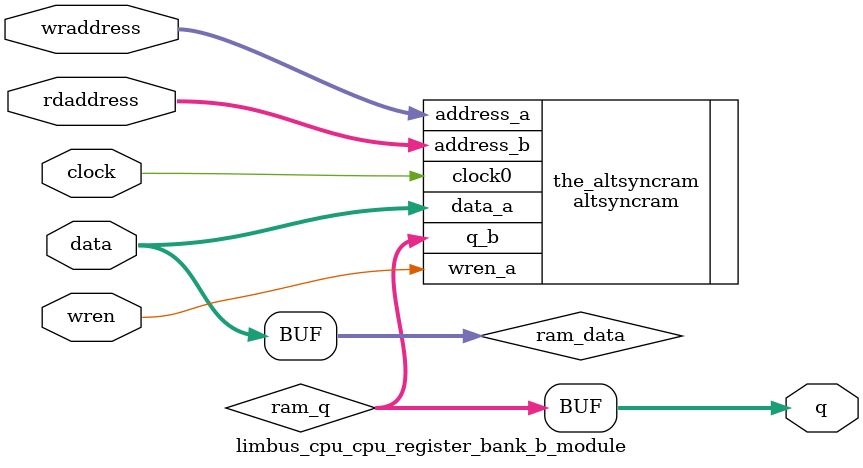
<source format=v>
module limbus_cpu_cpu_register_bank_b_module (
                                               // inputs:
                                                clock,
                                                data,
                                                rdaddress,
                                                wraddress,
                                                wren,
                                               // outputs:
                                                q
                                             )
;
  parameter lpm_file = "UNUSED";
  output  [ 31: 0] q;
  input            clock;
  input   [ 31: 0] data;
  input   [  4: 0] rdaddress;
  input   [  4: 0] wraddress;
  input            wren;
  wire    [ 31: 0] q;
  wire    [ 31: 0] ram_data;
  wire    [ 31: 0] ram_q;
  assign q = ram_q;
  assign ram_data = data;
  altsyncram the_altsyncram
    (
      .address_a (wraddress),
      .address_b (rdaddress),
      .clock0 (clock),
      .data_a (ram_data),
      .q_b (ram_q),
      .wren_a (wren)
    );
  defparam the_altsyncram.address_reg_b = "CLOCK0",
           the_altsyncram.init_file = lpm_file,
           the_altsyncram.maximum_depth = 0,
           the_altsyncram.numwords_a = 32,
           the_altsyncram.numwords_b = 32,
           the_altsyncram.operation_mode = "DUAL_PORT",
           the_altsyncram.outdata_reg_b = "UNREGISTERED",
           the_altsyncram.ram_block_type = "AUTO",
           the_altsyncram.rdcontrol_reg_b = "CLOCK0",
           the_altsyncram.read_during_write_mode_mixed_ports = "DONT_CARE",
           the_altsyncram.width_a = 32,
           the_altsyncram.width_b = 32,
           the_altsyncram.widthad_a = 5,
           the_altsyncram.widthad_b = 5;
endmodule
</source>
